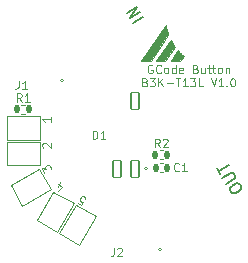
<source format=gbr>
%TF.GenerationSoftware,KiCad,Pcbnew,(6.0.6)*%
%TF.CreationDate,2022-07-10T21:38:46+02:00*%
%TF.ProjectId,GCode_Buttons_B3K-T13L,47436f64-655f-4427-9574-746f6e735f42,rev?*%
%TF.SameCoordinates,Original*%
%TF.FileFunction,Legend,Top*%
%TF.FilePolarity,Positive*%
%FSLAX46Y46*%
G04 Gerber Fmt 4.6, Leading zero omitted, Abs format (unit mm)*
G04 Created by KiCad (PCBNEW (6.0.6)) date 2022-07-10 21:38:46*
%MOMM*%
%LPD*%
G01*
G04 APERTURE LIST*
G04 Aperture macros list*
%AMRoundRect*
0 Rectangle with rounded corners*
0 $1 Rounding radius*
0 $2 $3 $4 $5 $6 $7 $8 $9 X,Y pos of 4 corners*
0 Add a 4 corners polygon primitive as box body*
4,1,4,$2,$3,$4,$5,$6,$7,$8,$9,$2,$3,0*
0 Add four circle primitives for the rounded corners*
1,1,$1+$1,$2,$3*
1,1,$1+$1,$4,$5*
1,1,$1+$1,$6,$7*
1,1,$1+$1,$8,$9*
0 Add four rect primitives between the rounded corners*
20,1,$1+$1,$2,$3,$4,$5,0*
20,1,$1+$1,$4,$5,$6,$7,0*
20,1,$1+$1,$6,$7,$8,$9,0*
20,1,$1+$1,$8,$9,$2,$3,0*%
%AMRotRect*
0 Rectangle, with rotation*
0 The origin of the aperture is its center*
0 $1 length*
0 $2 width*
0 $3 Rotation angle, in degrees counterclockwise*
0 Add horizontal line*
21,1,$1,$2,0,0,$3*%
%AMFreePoly0*
4,1,15,-0.149998,0.780000,0.350000,0.780000,0.353536,0.778536,0.355000,0.775000,0.355000,-0.795000,0.353536,-0.798536,0.350000,-0.800000,-0.450000,-0.800000,-0.453536,-0.798536,-0.455000,-0.795000,-0.455001,0.475000,-0.453536,0.478536,-0.153536,0.778536,-0.150000,0.780001,-0.149998,0.780000,-0.149998,0.780000,$1*%
G04 Aperture macros list end*
%ADD10C,0.003000*%
%ADD11C,0.150000*%
%ADD12C,0.100000*%
%ADD13C,0.120000*%
%ADD14RotRect,1.000000X1.500000X60.000000*%
%ADD15RoundRect,0.082000X0.328000X0.718000X-0.328000X0.718000X-0.328000X-0.718000X0.328000X-0.718000X0*%
%ADD16FreePoly0,0.000000*%
%ADD17RoundRect,0.082000X-0.328000X-0.718000X0.328000X-0.718000X0.328000X0.718000X-0.328000X0.718000X0*%
%ADD18RoundRect,0.135000X0.135000X0.185000X-0.135000X0.185000X-0.135000X-0.185000X0.135000X-0.185000X0*%
%ADD19R,1.000000X1.500000*%
%ADD20RoundRect,0.140000X-0.140000X-0.170000X0.140000X-0.170000X0.140000X0.170000X-0.140000X0.170000X0*%
%ADD21RotRect,1.000000X1.500000X30.000000*%
%ADD22RotRect,0.400000X1.350000X30.000000*%
%ADD23RotRect,2.400000X2.400000X210.000000*%
%ADD24C,1.700000*%
%ADD25C,1.800000*%
%ADD26C,0.450000*%
G04 APERTURE END LIST*
D10*
G36*
X103819224Y-91987496D02*
G01*
X103862379Y-92066920D01*
X103907118Y-92145345D01*
X103953420Y-92222748D01*
X104001264Y-92299107D01*
X104050632Y-92374399D01*
X104101502Y-92448603D01*
X104153854Y-92521696D01*
X103350000Y-93750000D01*
X102558591Y-93748873D01*
X103777672Y-91907095D01*
X103819224Y-91987496D01*
G37*
X103819224Y-91987496D02*
X103862379Y-92066920D01*
X103907118Y-92145345D01*
X103953420Y-92222748D01*
X104001264Y-92299107D01*
X104050632Y-92374399D01*
X104101502Y-92448603D01*
X104153854Y-92521696D01*
X103350000Y-93750000D01*
X102558591Y-93748873D01*
X103777672Y-91907095D01*
X103819224Y-91987496D01*
G36*
X103386039Y-90745231D02*
G01*
X103407846Y-90854151D01*
X103432373Y-90962423D01*
X103459545Y-91069848D01*
X103489287Y-91176222D01*
X103521525Y-91281347D01*
X103556184Y-91385021D01*
X103593189Y-91487043D01*
X102109011Y-93748278D01*
X101317365Y-93747444D01*
X103367026Y-90635865D01*
X103386039Y-90745231D01*
G37*
X103386039Y-90745231D02*
X103407846Y-90854151D01*
X103432373Y-90962423D01*
X103459545Y-91069848D01*
X103489287Y-91176222D01*
X103521525Y-91281347D01*
X103556184Y-91385021D01*
X103593189Y-91487043D01*
X102109011Y-93748278D01*
X101317365Y-93747444D01*
X103367026Y-90635865D01*
X103386039Y-90745231D01*
G36*
X104460790Y-92895867D02*
G01*
X104518096Y-92957178D01*
X104576556Y-93017372D01*
X104636152Y-93076434D01*
X104696867Y-93134346D01*
X104758683Y-93191091D01*
X104821583Y-93246653D01*
X104885549Y-93301015D01*
X104885549Y-93301023D01*
X104592354Y-93750000D01*
X103799818Y-93748278D01*
X104404655Y-92833457D01*
X104460790Y-92895867D01*
G37*
X104460790Y-92895867D02*
X104518096Y-92957178D01*
X104576556Y-93017372D01*
X104636152Y-93076434D01*
X104696867Y-93134346D01*
X104758683Y-93191091D01*
X104821583Y-93246653D01*
X104885549Y-93301015D01*
X104885549Y-93301023D01*
X104592354Y-93750000D01*
X103799818Y-93748278D01*
X104404655Y-92833457D01*
X104460790Y-92895867D01*
D11*
X108875747Y-104839834D02*
X108780509Y-104674877D01*
X108774130Y-104568589D01*
X108808989Y-104438491D01*
X108950137Y-104302014D01*
X109238812Y-104135347D01*
X109427579Y-104081349D01*
X109557676Y-104116208D01*
X109646535Y-104174877D01*
X109741773Y-104339834D01*
X109748153Y-104446123D01*
X109713293Y-104576220D01*
X109572145Y-104712698D01*
X109283470Y-104879364D01*
X109094704Y-104933363D01*
X108964606Y-104898504D01*
X108875747Y-104839834D01*
X108447176Y-104097527D02*
X109148244Y-103692765D01*
X109206913Y-103603907D01*
X109224343Y-103538858D01*
X109217963Y-103432570D01*
X109122725Y-103267612D01*
X109033867Y-103208943D01*
X108968818Y-103191514D01*
X108862530Y-103197893D01*
X108161462Y-103602655D01*
X107994795Y-103313980D02*
X107709081Y-102819108D01*
X108717963Y-102566544D02*
X107851938Y-103066544D01*
X101453678Y-90027441D02*
X100587652Y-90527441D01*
X101215582Y-89615048D02*
X100349557Y-90115048D01*
X100929868Y-89120177D01*
X100063843Y-89620177D01*
D12*
X102233333Y-94086500D02*
X102166666Y-94053166D01*
X102066666Y-94053166D01*
X101966666Y-94086500D01*
X101900000Y-94153166D01*
X101866666Y-94219833D01*
X101833333Y-94353166D01*
X101833333Y-94453166D01*
X101866666Y-94586500D01*
X101900000Y-94653166D01*
X101966666Y-94719833D01*
X102066666Y-94753166D01*
X102133333Y-94753166D01*
X102233333Y-94719833D01*
X102266666Y-94686500D01*
X102266666Y-94453166D01*
X102133333Y-94453166D01*
X102966666Y-94686500D02*
X102933333Y-94719833D01*
X102833333Y-94753166D01*
X102766666Y-94753166D01*
X102666666Y-94719833D01*
X102600000Y-94653166D01*
X102566666Y-94586500D01*
X102533333Y-94453166D01*
X102533333Y-94353166D01*
X102566666Y-94219833D01*
X102600000Y-94153166D01*
X102666666Y-94086500D01*
X102766666Y-94053166D01*
X102833333Y-94053166D01*
X102933333Y-94086500D01*
X102966666Y-94119833D01*
X103366666Y-94753166D02*
X103300000Y-94719833D01*
X103266666Y-94686500D01*
X103233333Y-94619833D01*
X103233333Y-94419833D01*
X103266666Y-94353166D01*
X103300000Y-94319833D01*
X103366666Y-94286500D01*
X103466666Y-94286500D01*
X103533333Y-94319833D01*
X103566666Y-94353166D01*
X103600000Y-94419833D01*
X103600000Y-94619833D01*
X103566666Y-94686500D01*
X103533333Y-94719833D01*
X103466666Y-94753166D01*
X103366666Y-94753166D01*
X104200000Y-94753166D02*
X104200000Y-94053166D01*
X104200000Y-94719833D02*
X104133333Y-94753166D01*
X104000000Y-94753166D01*
X103933333Y-94719833D01*
X103900000Y-94686500D01*
X103866666Y-94619833D01*
X103866666Y-94419833D01*
X103900000Y-94353166D01*
X103933333Y-94319833D01*
X104000000Y-94286500D01*
X104133333Y-94286500D01*
X104200000Y-94319833D01*
X104800000Y-94719833D02*
X104733333Y-94753166D01*
X104600000Y-94753166D01*
X104533333Y-94719833D01*
X104500000Y-94653166D01*
X104500000Y-94386500D01*
X104533333Y-94319833D01*
X104600000Y-94286500D01*
X104733333Y-94286500D01*
X104800000Y-94319833D01*
X104833333Y-94386500D01*
X104833333Y-94453166D01*
X104500000Y-94519833D01*
X105900000Y-94386500D02*
X106000000Y-94419833D01*
X106033333Y-94453166D01*
X106066666Y-94519833D01*
X106066666Y-94619833D01*
X106033333Y-94686500D01*
X106000000Y-94719833D01*
X105933333Y-94753166D01*
X105666666Y-94753166D01*
X105666666Y-94053166D01*
X105900000Y-94053166D01*
X105966666Y-94086500D01*
X106000000Y-94119833D01*
X106033333Y-94186500D01*
X106033333Y-94253166D01*
X106000000Y-94319833D01*
X105966666Y-94353166D01*
X105900000Y-94386500D01*
X105666666Y-94386500D01*
X106666666Y-94286500D02*
X106666666Y-94753166D01*
X106366666Y-94286500D02*
X106366666Y-94653166D01*
X106400000Y-94719833D01*
X106466666Y-94753166D01*
X106566666Y-94753166D01*
X106633333Y-94719833D01*
X106666666Y-94686500D01*
X106900000Y-94286500D02*
X107166666Y-94286500D01*
X107000000Y-94053166D02*
X107000000Y-94653166D01*
X107033333Y-94719833D01*
X107100000Y-94753166D01*
X107166666Y-94753166D01*
X107300000Y-94286500D02*
X107566666Y-94286500D01*
X107400000Y-94053166D02*
X107400000Y-94653166D01*
X107433333Y-94719833D01*
X107500000Y-94753166D01*
X107566666Y-94753166D01*
X107900000Y-94753166D02*
X107833333Y-94719833D01*
X107800000Y-94686500D01*
X107766666Y-94619833D01*
X107766666Y-94419833D01*
X107800000Y-94353166D01*
X107833333Y-94319833D01*
X107900000Y-94286500D01*
X108000000Y-94286500D01*
X108066666Y-94319833D01*
X108100000Y-94353166D01*
X108133333Y-94419833D01*
X108133333Y-94619833D01*
X108100000Y-94686500D01*
X108066666Y-94719833D01*
X108000000Y-94753166D01*
X107900000Y-94753166D01*
X108433333Y-94286500D02*
X108433333Y-94753166D01*
X108433333Y-94353166D02*
X108466666Y-94319833D01*
X108533333Y-94286500D01*
X108633333Y-94286500D01*
X108700000Y-94319833D01*
X108733333Y-94386500D01*
X108733333Y-94753166D01*
X101616666Y-95513500D02*
X101716666Y-95546833D01*
X101750000Y-95580166D01*
X101783333Y-95646833D01*
X101783333Y-95746833D01*
X101750000Y-95813500D01*
X101716666Y-95846833D01*
X101650000Y-95880166D01*
X101383333Y-95880166D01*
X101383333Y-95180166D01*
X101616666Y-95180166D01*
X101683333Y-95213500D01*
X101716666Y-95246833D01*
X101750000Y-95313500D01*
X101750000Y-95380166D01*
X101716666Y-95446833D01*
X101683333Y-95480166D01*
X101616666Y-95513500D01*
X101383333Y-95513500D01*
X102016666Y-95180166D02*
X102450000Y-95180166D01*
X102216666Y-95446833D01*
X102316666Y-95446833D01*
X102383333Y-95480166D01*
X102416666Y-95513500D01*
X102450000Y-95580166D01*
X102450000Y-95746833D01*
X102416666Y-95813500D01*
X102383333Y-95846833D01*
X102316666Y-95880166D01*
X102116666Y-95880166D01*
X102050000Y-95846833D01*
X102016666Y-95813500D01*
X102750000Y-95880166D02*
X102750000Y-95180166D01*
X103150000Y-95880166D02*
X102850000Y-95480166D01*
X103150000Y-95180166D02*
X102750000Y-95580166D01*
X103450000Y-95613500D02*
X103983333Y-95613500D01*
X104216666Y-95180166D02*
X104616666Y-95180166D01*
X104416666Y-95880166D02*
X104416666Y-95180166D01*
X105216666Y-95880166D02*
X104816666Y-95880166D01*
X105016666Y-95880166D02*
X105016666Y-95180166D01*
X104950000Y-95280166D01*
X104883333Y-95346833D01*
X104816666Y-95380166D01*
X105450000Y-95180166D02*
X105883333Y-95180166D01*
X105650000Y-95446833D01*
X105750000Y-95446833D01*
X105816666Y-95480166D01*
X105850000Y-95513500D01*
X105883333Y-95580166D01*
X105883333Y-95746833D01*
X105850000Y-95813500D01*
X105816666Y-95846833D01*
X105750000Y-95880166D01*
X105550000Y-95880166D01*
X105483333Y-95846833D01*
X105450000Y-95813500D01*
X106516666Y-95880166D02*
X106183333Y-95880166D01*
X106183333Y-95180166D01*
X107183333Y-95180166D02*
X107416666Y-95880166D01*
X107650000Y-95180166D01*
X108250000Y-95880166D02*
X107850000Y-95880166D01*
X108050000Y-95880166D02*
X108050000Y-95180166D01*
X107983333Y-95280166D01*
X107916666Y-95346833D01*
X107850000Y-95380166D01*
X108550000Y-95813500D02*
X108583333Y-95846833D01*
X108550000Y-95880166D01*
X108516666Y-95846833D01*
X108550000Y-95813500D01*
X108550000Y-95880166D01*
X109016666Y-95180166D02*
X109083333Y-95180166D01*
X109150000Y-95213500D01*
X109183333Y-95246833D01*
X109216666Y-95313500D01*
X109250000Y-95446833D01*
X109250000Y-95613500D01*
X109216666Y-95746833D01*
X109183333Y-95813500D01*
X109150000Y-95846833D01*
X109083333Y-95880166D01*
X109016666Y-95880166D01*
X108950000Y-95846833D01*
X108916666Y-95813500D01*
X108883333Y-95746833D01*
X108850000Y-95613500D01*
X108850000Y-95446833D01*
X108883333Y-95313500D01*
X108916666Y-95246833D01*
X108950000Y-95213500D01*
X109016666Y-95180166D01*
X94209529Y-104413237D02*
X94442863Y-104009091D01*
X94220534Y-104727510D02*
X94614871Y-104377831D01*
X94239594Y-104161164D01*
X95913995Y-105748643D02*
X96202670Y-105915309D01*
X96398205Y-105643301D01*
X96352670Y-105655502D01*
X96278269Y-105651036D01*
X96133931Y-105567702D01*
X96092863Y-105505502D01*
X96080662Y-105459967D01*
X96085128Y-105385566D01*
X96168461Y-105241228D01*
X96230662Y-105200160D01*
X96276196Y-105187959D01*
X96350598Y-105192425D01*
X96494935Y-105275758D01*
X96536004Y-105337959D01*
X96548205Y-105383493D01*
X92983333Y-101050000D02*
X92950000Y-101016666D01*
X92916666Y-100950000D01*
X92916666Y-100783333D01*
X92950000Y-100716666D01*
X92983333Y-100683333D01*
X93050000Y-100650000D01*
X93116666Y-100650000D01*
X93216666Y-100683333D01*
X93616666Y-101083333D01*
X93616666Y-100650000D01*
X93084690Y-103193739D02*
X92868023Y-102818461D01*
X93215630Y-102887200D01*
X93165630Y-102800598D01*
X93161164Y-102726196D01*
X93173365Y-102680662D01*
X93214433Y-102618461D01*
X93358771Y-102535128D01*
X93433173Y-102530662D01*
X93478707Y-102542863D01*
X93540908Y-102583931D01*
X93640908Y-102757136D01*
X93645373Y-102831538D01*
X93633173Y-102877072D01*
X93616666Y-98450000D02*
X93616666Y-98850000D01*
X93616666Y-98650000D02*
X92916666Y-98650000D01*
X93016666Y-98716666D01*
X93083333Y-98783333D01*
X93116666Y-98850000D01*
%TO.C,D1*%
X97183333Y-100316666D02*
X97183333Y-99616666D01*
X97350000Y-99616666D01*
X97450000Y-99650000D01*
X97516666Y-99716666D01*
X97550000Y-99783333D01*
X97583333Y-99916666D01*
X97583333Y-100016666D01*
X97550000Y-100150000D01*
X97516666Y-100216666D01*
X97450000Y-100283333D01*
X97350000Y-100316666D01*
X97183333Y-100316666D01*
X98250000Y-100316666D02*
X97850000Y-100316666D01*
X98050000Y-100316666D02*
X98050000Y-99616666D01*
X97983333Y-99716666D01*
X97916666Y-99783333D01*
X97850000Y-99816666D01*
%TO.C,R1*%
X91183333Y-97166666D02*
X90950000Y-96833333D01*
X90783333Y-97166666D02*
X90783333Y-96466666D01*
X91050000Y-96466666D01*
X91116666Y-96500000D01*
X91150000Y-96533333D01*
X91183333Y-96600000D01*
X91183333Y-96700000D01*
X91150000Y-96766666D01*
X91116666Y-96800000D01*
X91050000Y-96833333D01*
X90783333Y-96833333D01*
X91850000Y-97166666D02*
X91450000Y-97166666D01*
X91650000Y-97166666D02*
X91650000Y-96466666D01*
X91583333Y-96566666D01*
X91516666Y-96633333D01*
X91450000Y-96666666D01*
%TO.C,R2*%
X102868333Y-101016666D02*
X102635000Y-100683333D01*
X102468333Y-101016666D02*
X102468333Y-100316666D01*
X102735000Y-100316666D01*
X102801666Y-100350000D01*
X102835000Y-100383333D01*
X102868333Y-100450000D01*
X102868333Y-100550000D01*
X102835000Y-100616666D01*
X102801666Y-100650000D01*
X102735000Y-100683333D01*
X102468333Y-100683333D01*
X103135000Y-100383333D02*
X103168333Y-100350000D01*
X103235000Y-100316666D01*
X103401666Y-100316666D01*
X103468333Y-100350000D01*
X103501666Y-100383333D01*
X103535000Y-100450000D01*
X103535000Y-100516666D01*
X103501666Y-100616666D01*
X103101666Y-101016666D01*
X103535000Y-101016666D01*
%TO.C,C1*%
X104483333Y-103000000D02*
X104450000Y-103033333D01*
X104350000Y-103066666D01*
X104283333Y-103066666D01*
X104183333Y-103033333D01*
X104116666Y-102966666D01*
X104083333Y-102900000D01*
X104050000Y-102766666D01*
X104050000Y-102666666D01*
X104083333Y-102533333D01*
X104116666Y-102466666D01*
X104183333Y-102400000D01*
X104283333Y-102366666D01*
X104350000Y-102366666D01*
X104450000Y-102400000D01*
X104483333Y-102433333D01*
X105150000Y-103066666D02*
X104750000Y-103066666D01*
X104950000Y-103066666D02*
X104950000Y-102366666D01*
X104883333Y-102466666D01*
X104816666Y-102533333D01*
X104750000Y-102566666D01*
%TO.C,J1*%
X90916666Y-95380063D02*
X90916666Y-95880063D01*
X90883333Y-95980063D01*
X90816666Y-96046730D01*
X90716666Y-96080063D01*
X90650000Y-96080063D01*
X91616666Y-96080063D02*
X91216666Y-96080063D01*
X91416666Y-96080063D02*
X91416666Y-95380063D01*
X91350000Y-95480063D01*
X91283333Y-95546730D01*
X91216666Y-95580063D01*
%TO.C,J2*%
X98966666Y-109543459D02*
X98966666Y-110043459D01*
X98933333Y-110143459D01*
X98866666Y-110210126D01*
X98766666Y-110243459D01*
X98700000Y-110243459D01*
X99266666Y-109610126D02*
X99300000Y-109576793D01*
X99366666Y-109543459D01*
X99533333Y-109543459D01*
X99600000Y-109576793D01*
X99633333Y-109610126D01*
X99666666Y-109676793D01*
X99666666Y-109743459D01*
X99633333Y-109843459D01*
X99233333Y-110243459D01*
X99666666Y-110243459D01*
D13*
%TO.C,JP5*%
X96066025Y-109312436D02*
X94333975Y-108312436D01*
X94333975Y-108312436D02*
X95733975Y-105887564D01*
X95733975Y-105887564D02*
X97466025Y-106887564D01*
X97466025Y-106887564D02*
X96066025Y-109312436D01*
%TO.C,D1*%
X101820000Y-102850000D02*
G75*
G03*
X101820000Y-102850000I-120000J0D01*
G01*
%TO.C,R1*%
X91453641Y-97420000D02*
X91146359Y-97420000D01*
X91453641Y-98180000D02*
X91146359Y-98180000D01*
%TO.C,JP2*%
X89900000Y-102550000D02*
X89900000Y-100550000D01*
X89900000Y-100550000D02*
X92700000Y-100550000D01*
X92700000Y-100550000D02*
X92700000Y-102550000D01*
X92700000Y-102550000D02*
X89900000Y-102550000D01*
%TO.C,JP1*%
X89900000Y-100400000D02*
X89900000Y-98400000D01*
X89900000Y-98400000D02*
X92700000Y-98400000D01*
X92700000Y-98400000D02*
X92700000Y-100400000D01*
X92700000Y-100400000D02*
X89900000Y-100400000D01*
%TO.C,R2*%
X103153641Y-101270000D02*
X102846359Y-101270000D01*
X103153641Y-102030000D02*
X102846359Y-102030000D01*
%TO.C,C1*%
X102892164Y-102390000D02*
X103107836Y-102390000D01*
X102892164Y-103110000D02*
X103107836Y-103110000D01*
%TO.C,JP3*%
X91237564Y-105966025D02*
X90237564Y-104233975D01*
X90237564Y-104233975D02*
X92662436Y-102833975D01*
X92662436Y-102833975D02*
X93662436Y-104566025D01*
X93662436Y-104566025D02*
X91237564Y-105966025D01*
%TO.C,J1*%
X94689143Y-95382291D02*
G75*
G03*
X94689143Y-95382291I-111803J0D01*
G01*
%TO.C,J2*%
X102989143Y-109682291D02*
G75*
G03*
X102989143Y-109682291I-111803J0D01*
G01*
%TO.C,JP4*%
X94166025Y-108212436D02*
X92433975Y-107212436D01*
X92433975Y-107212436D02*
X93833975Y-104787564D01*
X93833975Y-104787564D02*
X95566025Y-105787564D01*
X95566025Y-105787564D02*
X94166025Y-108212436D01*
%TD*%
%LPC*%
D14*
%TO.C,JP5*%
X95575000Y-108162917D03*
X96225000Y-107037083D03*
%TD*%
D15*
%TO.C,D1*%
X100750000Y-102850000D03*
X99250000Y-102850000D03*
D16*
X99250000Y-97150000D03*
D17*
X100750000Y-97150000D03*
%TD*%
D18*
%TO.C,R1*%
X91810000Y-97800000D03*
X90790000Y-97800000D03*
%TD*%
D19*
%TO.C,JP2*%
X90650000Y-101550000D03*
X91950000Y-101550000D03*
%TD*%
%TO.C,JP1*%
X90650000Y-99400000D03*
X91950000Y-99400000D03*
%TD*%
D18*
%TO.C,R2*%
X103510000Y-101650000D03*
X102490000Y-101650000D03*
%TD*%
D20*
%TO.C,C1*%
X102520000Y-102750000D03*
X103480000Y-102750000D03*
%TD*%
D21*
%TO.C,JP3*%
X91387083Y-104725000D03*
X92512917Y-104075000D03*
%TD*%
D22*
%TO.C,J1*%
X94834456Y-94627628D03*
X94167468Y-92472372D03*
X95700481Y-94127628D03*
X95033494Y-91972372D03*
X96566506Y-93627628D03*
X95899519Y-91472372D03*
X97432532Y-93127628D03*
X96765544Y-90972372D03*
D23*
X98831089Y-91050000D03*
X92768911Y-94550000D03*
%TD*%
D22*
%TO.C,J2*%
X103134456Y-108927628D03*
X102467468Y-106772372D03*
X104000481Y-108427628D03*
X103333494Y-106272372D03*
X104866506Y-107927628D03*
X104199519Y-105772372D03*
X105732532Y-107427628D03*
X105065544Y-105272372D03*
D23*
X107131089Y-105350000D03*
X101068911Y-108850000D03*
%TD*%
D14*
%TO.C,JP4*%
X93675000Y-107062917D03*
X94325000Y-105937083D03*
%TD*%
D24*
%TO.C,SW1*%
X100000000Y-105000000D03*
X100000000Y-95000000D03*
D25*
X95400000Y-101500000D03*
X104600000Y-98500000D03*
%TD*%
D26*
X103650000Y-104800000D03*
X92550000Y-97800000D03*
X96500000Y-92450000D03*
X104250000Y-101650000D03*
X90650000Y-94350000D03*
X109450000Y-94350000D03*
X100000000Y-110850000D03*
X109450000Y-105300000D03*
X97400000Y-91950000D03*
X100000000Y-89000000D03*
X90500000Y-105300000D03*
X95600000Y-92950000D03*
X102750000Y-105300000D03*
X94850000Y-104950000D03*
X102550000Y-107950000D03*
X93050000Y-99400000D03*
X95400000Y-95600000D03*
X93050000Y-101550000D03*
X94750000Y-93450000D03*
X101900000Y-105800000D03*
X93450000Y-103500000D03*
X103450000Y-107450000D03*
X96250000Y-95100000D03*
X104300000Y-106950000D03*
X96800000Y-106050000D03*
X97150000Y-94600000D03*
X105150000Y-106400000D03*
X98350000Y-102850000D03*
M02*

</source>
